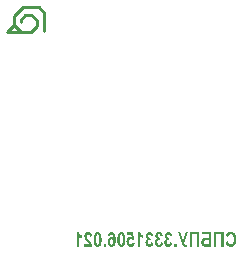
<source format=gbo>
G04*
G04 #@! TF.GenerationSoftware,Altium Limited,Altium Designer,19.1.6 (110)*
G04*
G04 Layer_Color=32896*
%FSLAX43Y43*%
%MOMM*%
G71*
G01*
G75*
%ADD48C,0.254*%
G36*
X87594Y55064D02*
X87635Y55054D01*
X87672Y55042D01*
X87702Y55029D01*
X87726Y55014D01*
X87744Y55001D01*
X87755Y54992D01*
X87757Y54990D01*
X87759Y54988D01*
X87774Y54973D01*
X87787Y54954D01*
X87811Y54916D01*
X87829Y54875D01*
X87844Y54834D01*
X87855Y54797D01*
X87859Y54782D01*
X87863Y54767D01*
X87865Y54756D01*
X87866Y54747D01*
X87868Y54742D01*
Y54740D01*
X87687Y54703D01*
X87683Y54732D01*
X87678Y54756D01*
X87670Y54779D01*
X87663Y54795D01*
X87655Y54808D01*
X87650Y54819D01*
X87646Y54825D01*
X87644Y54827D01*
X87629Y54842D01*
X87615Y54851D01*
X87600Y54858D01*
X87587Y54864D01*
X87576Y54867D01*
X87565Y54869D01*
X87557D01*
X87539Y54867D01*
X87522Y54864D01*
X87507Y54858D01*
X87496Y54851D01*
X87487Y54843D01*
X87479Y54838D01*
X87476Y54834D01*
X87474Y54832D01*
X87463Y54817D01*
X87455Y54801D01*
X87448Y54784D01*
X87444Y54769D01*
X87442Y54755D01*
X87441Y54743D01*
Y54736D01*
Y54732D01*
X87442Y54705D01*
X87448Y54680D01*
X87455Y54660D01*
X87463Y54643D01*
X87470Y54630D01*
X87478Y54619D01*
X87483Y54614D01*
X87485Y54612D01*
X87504Y54599D01*
X87522Y54588D01*
X87542Y54582D01*
X87563Y54577D01*
X87579Y54575D01*
X87594Y54573D01*
X87607D01*
X87628Y54377D01*
X87609Y54382D01*
X87592Y54388D01*
X87576Y54392D01*
X87563Y54393D01*
X87554Y54395D01*
X87539D01*
X87518Y54393D01*
X87500Y54388D01*
X87483Y54379D01*
X87468Y54369D01*
X87457Y54358D01*
X87448Y54351D01*
X87442Y54343D01*
X87441Y54342D01*
X87428Y54321D01*
X87416Y54297D01*
X87409Y54273D01*
X87405Y54251D01*
X87402Y54230D01*
X87400Y54214D01*
Y54203D01*
Y54201D01*
Y54199D01*
X87402Y54164D01*
X87407Y54134D01*
X87413Y54106D01*
X87420Y54086D01*
X87429Y54068D01*
X87435Y54056D01*
X87441Y54047D01*
X87442Y54045D01*
X87459Y54027D01*
X87476Y54014D01*
X87494Y54005D01*
X87511Y53999D01*
X87524Y53995D01*
X87535Y53992D01*
X87546D01*
X87566Y53993D01*
X87585Y53999D01*
X87602Y54006D01*
X87615Y54016D01*
X87626Y54023D01*
X87635Y54031D01*
X87641Y54036D01*
X87642Y54038D01*
X87655Y54056D01*
X87666Y54079D01*
X87676Y54101D01*
X87681Y54123D01*
X87687Y54143D01*
X87689Y54158D01*
X87691Y54169D01*
Y54171D01*
Y54173D01*
X87881Y54145D01*
X87872Y54086D01*
X87859Y54036D01*
X87850Y54012D01*
X87841Y53992D01*
X87831Y53971D01*
X87822Y53955D01*
X87813Y53938D01*
X87803Y53925D01*
X87796Y53914D01*
X87789Y53903D01*
X87783Y53895D01*
X87778Y53890D01*
X87776Y53888D01*
X87774Y53886D01*
X87755Y53869D01*
X87737Y53855D01*
X87718Y53842D01*
X87698Y53832D01*
X87659Y53814D01*
X87624Y53803D01*
X87592Y53797D01*
X87578Y53795D01*
X87566Y53793D01*
X87557Y53792D01*
X87544D01*
X87518Y53793D01*
X87494Y53797D01*
X87470Y53803D01*
X87446Y53808D01*
X87405Y53827D01*
X87370Y53847D01*
X87341Y53868D01*
X87329Y53877D01*
X87320Y53886D01*
X87313Y53892D01*
X87305Y53897D01*
X87304Y53901D01*
X87302Y53903D01*
X87283Y53925D01*
X87267Y53947D01*
X87254Y53971D01*
X87242Y53995D01*
X87224Y54042D01*
X87211Y54086D01*
X87207Y54108D01*
X87204Y54127D01*
X87202Y54143D01*
X87200Y54158D01*
X87198Y54169D01*
Y54179D01*
Y54184D01*
Y54186D01*
X87200Y54229D01*
X87207Y54268D01*
X87215Y54301D01*
X87226Y54329D01*
X87235Y54351D01*
X87244Y54368D01*
X87252Y54379D01*
X87254Y54382D01*
X87276Y54410D01*
X87298Y54432D01*
X87320Y54449D01*
X87342Y54464D01*
X87363Y54473D01*
X87378Y54479D01*
X87389Y54482D01*
X87391Y54484D01*
X87392D01*
X87366Y54503D01*
X87344Y54523D01*
X87324Y54543D01*
X87309Y54560D01*
X87296Y54577D01*
X87289Y54588D01*
X87283Y54595D01*
X87281Y54599D01*
X87268Y54625D01*
X87259Y54651D01*
X87252Y54675D01*
X87248Y54699D01*
X87244Y54717D01*
X87242Y54734D01*
Y54743D01*
Y54747D01*
Y54769D01*
X87246Y54792D01*
X87255Y54832D01*
X87268Y54869D01*
X87283Y54903D01*
X87300Y54930D01*
X87307Y54942D01*
X87313Y54951D01*
X87318Y54958D01*
X87322Y54964D01*
X87324Y54966D01*
X87326Y54967D01*
X87342Y54986D01*
X87359Y55001D01*
X87378Y55014D01*
X87396Y55025D01*
X87433Y55043D01*
X87468Y55054D01*
X87502Y55062D01*
X87515Y55064D01*
X87526Y55066D01*
X87537Y55067D01*
X87572D01*
X87594Y55064D01*
D02*
G37*
G36*
X86796D02*
X86837Y55054D01*
X86874Y55042D01*
X86904Y55029D01*
X86928Y55014D01*
X86946Y55001D01*
X86957Y54992D01*
X86959Y54990D01*
X86961Y54988D01*
X86976Y54973D01*
X86989Y54954D01*
X87013Y54916D01*
X87031Y54875D01*
X87046Y54834D01*
X87057Y54797D01*
X87061Y54782D01*
X87065Y54767D01*
X87067Y54756D01*
X87068Y54747D01*
X87070Y54742D01*
Y54740D01*
X86889Y54703D01*
X86885Y54732D01*
X86880Y54756D01*
X86872Y54779D01*
X86865Y54795D01*
X86857Y54808D01*
X86852Y54819D01*
X86848Y54825D01*
X86846Y54827D01*
X86831Y54842D01*
X86817Y54851D01*
X86802Y54858D01*
X86789Y54864D01*
X86778Y54867D01*
X86767Y54869D01*
X86759D01*
X86741Y54867D01*
X86724Y54864D01*
X86709Y54858D01*
X86698Y54851D01*
X86689Y54843D01*
X86681Y54838D01*
X86678Y54834D01*
X86676Y54832D01*
X86665Y54817D01*
X86657Y54801D01*
X86650Y54784D01*
X86646Y54769D01*
X86644Y54755D01*
X86642Y54743D01*
Y54736D01*
Y54732D01*
X86644Y54705D01*
X86650Y54680D01*
X86657Y54660D01*
X86665Y54643D01*
X86672Y54630D01*
X86680Y54619D01*
X86685Y54614D01*
X86687Y54612D01*
X86705Y54599D01*
X86724Y54588D01*
X86744Y54582D01*
X86765Y54577D01*
X86781Y54575D01*
X86796Y54573D01*
X86809D01*
X86830Y54377D01*
X86811Y54382D01*
X86794Y54388D01*
X86778Y54392D01*
X86765Y54393D01*
X86755Y54395D01*
X86741D01*
X86720Y54393D01*
X86702Y54388D01*
X86685Y54379D01*
X86670Y54369D01*
X86659Y54358D01*
X86650Y54351D01*
X86644Y54343D01*
X86642Y54342D01*
X86630Y54321D01*
X86618Y54297D01*
X86611Y54273D01*
X86607Y54251D01*
X86604Y54230D01*
X86602Y54214D01*
Y54203D01*
Y54201D01*
Y54199D01*
X86604Y54164D01*
X86609Y54134D01*
X86615Y54106D01*
X86622Y54086D01*
X86631Y54068D01*
X86637Y54056D01*
X86642Y54047D01*
X86644Y54045D01*
X86661Y54027D01*
X86678Y54014D01*
X86696Y54005D01*
X86713Y53999D01*
X86726Y53995D01*
X86737Y53992D01*
X86748D01*
X86768Y53993D01*
X86787Y53999D01*
X86804Y54006D01*
X86817Y54016D01*
X86828Y54023D01*
X86837Y54031D01*
X86842Y54036D01*
X86844Y54038D01*
X86857Y54056D01*
X86868Y54079D01*
X86878Y54101D01*
X86883Y54123D01*
X86889Y54143D01*
X86891Y54158D01*
X86892Y54169D01*
Y54171D01*
Y54173D01*
X87083Y54145D01*
X87074Y54086D01*
X87061Y54036D01*
X87052Y54012D01*
X87042Y53992D01*
X87033Y53971D01*
X87024Y53955D01*
X87015Y53938D01*
X87005Y53925D01*
X86998Y53914D01*
X86991Y53903D01*
X86985Y53895D01*
X86979Y53890D01*
X86978Y53888D01*
X86976Y53886D01*
X86957Y53869D01*
X86939Y53855D01*
X86920Y53842D01*
X86900Y53832D01*
X86861Y53814D01*
X86826Y53803D01*
X86794Y53797D01*
X86780Y53795D01*
X86768Y53793D01*
X86759Y53792D01*
X86746D01*
X86720Y53793D01*
X86696Y53797D01*
X86672Y53803D01*
X86648Y53808D01*
X86607Y53827D01*
X86572Y53847D01*
X86543Y53868D01*
X86531Y53877D01*
X86522Y53886D01*
X86515Y53892D01*
X86507Y53897D01*
X86505Y53901D01*
X86504Y53903D01*
X86485Y53925D01*
X86468Y53947D01*
X86455Y53971D01*
X86444Y53995D01*
X86426Y54042D01*
X86413Y54086D01*
X86409Y54108D01*
X86405Y54127D01*
X86404Y54143D01*
X86402Y54158D01*
X86400Y54169D01*
Y54179D01*
Y54184D01*
Y54186D01*
X86402Y54229D01*
X86409Y54268D01*
X86417Y54301D01*
X86428Y54329D01*
X86437Y54351D01*
X86446Y54368D01*
X86454Y54379D01*
X86455Y54382D01*
X86478Y54410D01*
X86500Y54432D01*
X86522Y54449D01*
X86544Y54464D01*
X86565Y54473D01*
X86580Y54479D01*
X86591Y54482D01*
X86592Y54484D01*
X86594D01*
X86568Y54503D01*
X86546Y54523D01*
X86526Y54543D01*
X86511Y54560D01*
X86498Y54577D01*
X86491Y54588D01*
X86485Y54595D01*
X86483Y54599D01*
X86470Y54625D01*
X86461Y54651D01*
X86454Y54675D01*
X86450Y54699D01*
X86446Y54717D01*
X86444Y54734D01*
Y54743D01*
Y54747D01*
Y54769D01*
X86448Y54792D01*
X86457Y54832D01*
X86470Y54869D01*
X86485Y54903D01*
X86502Y54930D01*
X86509Y54942D01*
X86515Y54951D01*
X86520Y54958D01*
X86524Y54964D01*
X86526Y54966D01*
X86528Y54967D01*
X86544Y54986D01*
X86561Y55001D01*
X86580Y55014D01*
X86598Y55025D01*
X86635Y55043D01*
X86670Y55054D01*
X86704Y55062D01*
X86717Y55064D01*
X86728Y55066D01*
X86739Y55067D01*
X86774D01*
X86796Y55064D01*
D02*
G37*
G36*
X85998Y55064D02*
X86039Y55054D01*
X86076Y55042D01*
X86106Y55029D01*
X86130Y55014D01*
X86148Y55001D01*
X86159Y54992D01*
X86161Y54990D01*
X86163Y54988D01*
X86178Y54973D01*
X86191Y54954D01*
X86215Y54916D01*
X86233Y54875D01*
X86248Y54834D01*
X86259Y54797D01*
X86263Y54782D01*
X86267Y54767D01*
X86268Y54756D01*
X86270Y54747D01*
X86272Y54742D01*
Y54740D01*
X86091Y54703D01*
X86087Y54732D01*
X86081Y54756D01*
X86074Y54779D01*
X86067Y54795D01*
X86059Y54808D01*
X86054Y54819D01*
X86050Y54825D01*
X86048Y54827D01*
X86033Y54842D01*
X86018Y54851D01*
X86004Y54858D01*
X85991Y54864D01*
X85980Y54867D01*
X85968Y54869D01*
X85961D01*
X85943Y54867D01*
X85926Y54864D01*
X85911Y54858D01*
X85900Y54851D01*
X85891Y54843D01*
X85883Y54838D01*
X85880Y54834D01*
X85878Y54832D01*
X85867Y54817D01*
X85859Y54801D01*
X85852Y54784D01*
X85848Y54769D01*
X85846Y54755D01*
X85844Y54743D01*
Y54736D01*
Y54732D01*
X85846Y54705D01*
X85852Y54680D01*
X85859Y54660D01*
X85867Y54643D01*
X85874Y54630D01*
X85881Y54619D01*
X85887Y54614D01*
X85889Y54612D01*
X85907Y54599D01*
X85926Y54588D01*
X85946Y54582D01*
X85967Y54577D01*
X85983Y54575D01*
X85998Y54573D01*
X86011D01*
X86031Y54377D01*
X86013Y54382D01*
X85996Y54388D01*
X85980Y54392D01*
X85967Y54393D01*
X85957Y54395D01*
X85943D01*
X85922Y54393D01*
X85904Y54388D01*
X85887Y54379D01*
X85872Y54369D01*
X85861Y54358D01*
X85852Y54351D01*
X85846Y54343D01*
X85844Y54342D01*
X85831Y54321D01*
X85820Y54297D01*
X85813Y54273D01*
X85809Y54251D01*
X85806Y54230D01*
X85804Y54214D01*
Y54203D01*
Y54201D01*
Y54199D01*
X85806Y54164D01*
X85811Y54134D01*
X85817Y54106D01*
X85824Y54086D01*
X85833Y54068D01*
X85839Y54056D01*
X85844Y54047D01*
X85846Y54045D01*
X85863Y54027D01*
X85880Y54014D01*
X85898Y54005D01*
X85915Y53999D01*
X85928Y53995D01*
X85939Y53992D01*
X85950D01*
X85970Y53993D01*
X85989Y53999D01*
X86006Y54006D01*
X86018Y54016D01*
X86030Y54023D01*
X86039Y54031D01*
X86044Y54036D01*
X86046Y54038D01*
X86059Y54056D01*
X86070Y54079D01*
X86080Y54101D01*
X86085Y54123D01*
X86091Y54143D01*
X86093Y54158D01*
X86094Y54169D01*
Y54171D01*
Y54173D01*
X86285Y54145D01*
X86276Y54086D01*
X86263Y54036D01*
X86254Y54012D01*
X86244Y53992D01*
X86235Y53971D01*
X86226Y53955D01*
X86217Y53938D01*
X86207Y53925D01*
X86200Y53914D01*
X86193Y53903D01*
X86187Y53895D01*
X86181Y53890D01*
X86180Y53888D01*
X86178Y53886D01*
X86159Y53869D01*
X86141Y53855D01*
X86122Y53842D01*
X86102Y53832D01*
X86063Y53814D01*
X86028Y53803D01*
X85996Y53797D01*
X85981Y53795D01*
X85970Y53793D01*
X85961Y53792D01*
X85948D01*
X85922Y53793D01*
X85898Y53797D01*
X85874Y53803D01*
X85850Y53808D01*
X85809Y53827D01*
X85774Y53847D01*
X85744Y53868D01*
X85733Y53877D01*
X85724Y53886D01*
X85717Y53892D01*
X85709Y53897D01*
X85707Y53901D01*
X85706Y53903D01*
X85687Y53925D01*
X85670Y53947D01*
X85657Y53971D01*
X85646Y53995D01*
X85628Y54042D01*
X85615Y54086D01*
X85611Y54108D01*
X85607Y54127D01*
X85606Y54143D01*
X85604Y54158D01*
X85602Y54169D01*
Y54179D01*
Y54184D01*
Y54186D01*
X85604Y54229D01*
X85611Y54268D01*
X85619Y54301D01*
X85630Y54329D01*
X85639Y54351D01*
X85648Y54368D01*
X85656Y54379D01*
X85657Y54382D01*
X85680Y54410D01*
X85702Y54432D01*
X85724Y54449D01*
X85746Y54464D01*
X85767Y54473D01*
X85781Y54479D01*
X85793Y54482D01*
X85794Y54484D01*
X85796D01*
X85770Y54503D01*
X85748Y54523D01*
X85728Y54543D01*
X85713Y54560D01*
X85700Y54577D01*
X85693Y54588D01*
X85687Y54595D01*
X85685Y54599D01*
X85672Y54625D01*
X85663Y54651D01*
X85656Y54675D01*
X85652Y54699D01*
X85648Y54717D01*
X85646Y54734D01*
Y54743D01*
Y54747D01*
Y54769D01*
X85650Y54792D01*
X85659Y54832D01*
X85672Y54869D01*
X85687Y54903D01*
X85704Y54930D01*
X85711Y54942D01*
X85717Y54951D01*
X85722Y54958D01*
X85726Y54964D01*
X85728Y54966D01*
X85730Y54967D01*
X85746Y54986D01*
X85763Y55001D01*
X85781Y55014D01*
X85800Y55025D01*
X85837Y55043D01*
X85872Y55054D01*
X85906Y55062D01*
X85918Y55064D01*
X85930Y55066D01*
X85941Y55067D01*
X85976D01*
X85998Y55064D01*
D02*
G37*
G36*
X80780Y55066D02*
X80806Y55064D01*
X80852Y55053D01*
X80893Y55040D01*
X80926Y55023D01*
X80954Y55006D01*
X80963Y54997D01*
X80973Y54992D01*
X80980Y54986D01*
X80986Y54980D01*
X80988Y54979D01*
X80989Y54977D01*
X81006Y54958D01*
X81019Y54940D01*
X81043Y54895D01*
X81062Y54849D01*
X81075Y54805D01*
X81080Y54782D01*
X81086Y54762D01*
X81088Y54743D01*
X81091Y54729D01*
X81093Y54716D01*
Y54706D01*
X81095Y54699D01*
Y54697D01*
X80899Y54671D01*
X80895Y54706D01*
X80889Y54736D01*
X80882Y54762D01*
X80873Y54784D01*
X80862Y54805D01*
X80851Y54819D01*
X80838Y54832D01*
X80825Y54843D01*
X80812Y54851D01*
X80800Y54856D01*
X80778Y54864D01*
X80771Y54866D01*
X80763Y54867D01*
X80758D01*
X80738Y54866D01*
X80717Y54860D01*
X80701Y54854D01*
X80688Y54847D01*
X80676Y54838D01*
X80669Y54832D01*
X80663Y54827D01*
X80662Y54825D01*
X80649Y54808D01*
X80639Y54788D01*
X80634Y54767D01*
X80628Y54747D01*
X80626Y54729D01*
X80625Y54714D01*
Y54705D01*
Y54703D01*
Y54701D01*
X80626Y54673D01*
X80632Y54645D01*
X80639Y54619D01*
X80647Y54597D01*
X80654Y54577D01*
X80662Y54562D01*
X80667Y54553D01*
X80669Y54549D01*
X80676Y54538D01*
X80686Y54525D01*
X80708Y54495D01*
X80734Y54464D01*
X80762Y54430D01*
X80788Y54399D01*
X80799Y54384D01*
X80810Y54373D01*
X80817Y54364D01*
X80825Y54356D01*
X80828Y54351D01*
X80830Y54349D01*
X80860Y54316D01*
X80886Y54282D01*
X80912Y54253D01*
X80934Y54225D01*
X80954Y54197D01*
X80971Y54173D01*
X80988Y54151D01*
X81000Y54131D01*
X81013Y54112D01*
X81025Y54097D01*
X81032Y54082D01*
X81039Y54071D01*
X81045Y54062D01*
X81047Y54056D01*
X81050Y54053D01*
Y54051D01*
X81069Y54008D01*
X81084Y53966D01*
X81097Y53925D01*
X81104Y53890D01*
X81110Y53858D01*
X81113Y53845D01*
X81115Y53834D01*
Y53825D01*
X81117Y53818D01*
Y53814D01*
Y53812D01*
X80426D01*
Y54034D01*
X80819D01*
X80806Y54058D01*
X80793Y54079D01*
X80788Y54086D01*
X80782Y54093D01*
X80780Y54097D01*
X80778Y54099D01*
X80765Y54116D01*
X80749Y54136D01*
X80728Y54158D01*
X80708Y54182D01*
X80689Y54205D01*
X80673Y54223D01*
X80667Y54230D01*
X80662Y54236D01*
X80660Y54238D01*
X80658Y54240D01*
X80623Y54280D01*
X80593Y54318D01*
X80567Y54349D01*
X80547Y54377D01*
X80532Y54397D01*
X80521Y54414D01*
X80515Y54423D01*
X80513Y54427D01*
X80499Y54455D01*
X80484Y54480D01*
X80473Y54505D01*
X80464Y54527D01*
X80458Y54545D01*
X80452Y54558D01*
X80449Y54567D01*
Y54571D01*
X80441Y54599D01*
X80436Y54625D01*
X80432Y54651D01*
X80428Y54673D01*
Y54693D01*
X80426Y54708D01*
Y54717D01*
Y54721D01*
Y54747D01*
X80430Y54771D01*
X80439Y54816D01*
X80452Y54856D01*
X80467Y54892D01*
X80484Y54921D01*
X80491Y54934D01*
X80497Y54943D01*
X80502Y54951D01*
X80506Y54956D01*
X80508Y54960D01*
X80510Y54962D01*
X80526Y54980D01*
X80543Y54997D01*
X80562Y55010D01*
X80582Y55023D01*
X80602Y55034D01*
X80623Y55042D01*
X80662Y55054D01*
X80699Y55062D01*
X80713Y55064D01*
X80728Y55066D01*
X80739Y55067D01*
X80754D01*
X80780Y55066D01*
D02*
G37*
G36*
X84656Y54395D02*
X84496Y54368D01*
X84483Y54384D01*
X84470Y54397D01*
X84458Y54410D01*
X84445Y54419D01*
X84419Y54436D01*
X84395Y54447D01*
X84374Y54453D01*
X84359Y54456D01*
X84348Y54458D01*
X84345D01*
X84321Y54456D01*
X84300Y54449D01*
X84280Y54440D01*
X84265Y54430D01*
X84252Y54419D01*
X84243Y54410D01*
X84237Y54403D01*
X84235Y54401D01*
X84221Y54377D01*
X84209Y54351D01*
X84202Y54321D01*
X84196Y54293D01*
X84193Y54268D01*
X84191Y54247D01*
Y54238D01*
Y54232D01*
Y54229D01*
Y54227D01*
X84193Y54184D01*
X84198Y54145D01*
X84206Y54114D01*
X84213Y54088D01*
X84221Y54069D01*
X84228Y54055D01*
X84233Y54047D01*
X84235Y54043D01*
X84252Y54023D01*
X84269Y54010D01*
X84287Y53999D01*
X84304Y53992D01*
X84317Y53988D01*
X84328Y53986D01*
X84337Y53984D01*
X84339D01*
X84358Y53986D01*
X84374Y53992D01*
X84391Y53999D01*
X84404Y54008D01*
X84415Y54016D01*
X84424Y54023D01*
X84430Y54029D01*
X84432Y54031D01*
X84446Y54049D01*
X84458Y54071D01*
X84467Y54092D01*
X84472Y54112D01*
X84476Y54131D01*
X84480Y54147D01*
X84482Y54156D01*
Y54160D01*
X84678Y54134D01*
X84669Y54077D01*
X84661Y54049D01*
X84654Y54025D01*
X84645Y54003D01*
X84635Y53982D01*
X84626Y53962D01*
X84617Y53945D01*
X84608Y53931D01*
X84598Y53918D01*
X84591Y53906D01*
X84583Y53897D01*
X84578Y53890D01*
X84572Y53884D01*
X84570Y53882D01*
X84569Y53881D01*
X84550Y53866D01*
X84532Y53851D01*
X84495Y53829D01*
X84456Y53814D01*
X84421Y53803D01*
X84389Y53797D01*
X84374Y53793D01*
X84363D01*
X84354Y53792D01*
X84341D01*
X84309Y53793D01*
X84282Y53797D01*
X84254Y53805D01*
X84230Y53814D01*
X84206Y53823D01*
X84185Y53834D01*
X84165Y53847D01*
X84148Y53860D01*
X84133Y53873D01*
X84119Y53886D01*
X84108Y53897D01*
X84098Y53906D01*
X84091Y53916D01*
X84085Y53923D01*
X84084Y53927D01*
X84082Y53929D01*
X84065Y53955D01*
X84050Y53982D01*
X84039Y54008D01*
X84028Y54034D01*
X84011Y54086D01*
X84000Y54132D01*
X83996Y54155D01*
X83995Y54173D01*
X83991Y54190D01*
Y54205D01*
X83989Y54216D01*
Y54225D01*
Y54230D01*
Y54232D01*
X83991Y54269D01*
X83993Y54305D01*
X83998Y54336D01*
X84006Y54368D01*
X84013Y54395D01*
X84022Y54423D01*
X84034Y54447D01*
X84043Y54469D01*
X84052Y54488D01*
X84063Y54505D01*
X84072Y54519D01*
X84080Y54532D01*
X84087Y54542D01*
X84091Y54549D01*
X84095Y54553D01*
X84096Y54555D01*
X84113Y54571D01*
X84130Y54586D01*
X84146Y54599D01*
X84165Y54610D01*
X84200Y54627D01*
X84232Y54640D01*
X84261Y54645D01*
X84272Y54647D01*
X84283Y54649D01*
X84293Y54651D01*
X84304D01*
X84330Y54649D01*
X84354Y54643D01*
X84376Y54638D01*
X84396Y54630D01*
X84415Y54621D01*
X84428Y54616D01*
X84435Y54610D01*
X84439Y54608D01*
X84406Y54823D01*
X84035D01*
Y55047D01*
X84556D01*
X84656Y54395D01*
D02*
G37*
G36*
X85150Y55027D02*
X85169Y54990D01*
X85189Y54956D01*
X85209Y54929D01*
X85228Y54904D01*
X85243Y54886D01*
X85254Y54875D01*
X85256Y54873D01*
X85257Y54871D01*
X85291Y54842D01*
X85322Y54817D01*
X85350Y54797D01*
X85376Y54780D01*
X85398Y54769D01*
X85413Y54760D01*
X85424Y54756D01*
X85426Y54755D01*
X85428D01*
Y54536D01*
X85376Y54560D01*
X85326Y54588D01*
X85283Y54619D01*
X85246Y54649D01*
X85230Y54662D01*
X85215Y54675D01*
X85202Y54688D01*
X85193Y54697D01*
X85183Y54706D01*
X85178Y54712D01*
X85174Y54716D01*
X85172Y54717D01*
Y53812D01*
X84974D01*
Y55067D01*
X85135D01*
X85150Y55027D01*
D02*
G37*
G36*
X79964D02*
X79982Y54990D01*
X80002Y54956D01*
X80023Y54929D01*
X80041Y54904D01*
X80056Y54886D01*
X80067Y54875D01*
X80069Y54873D01*
X80071Y54871D01*
X80104Y54842D01*
X80136Y54817D01*
X80164Y54797D01*
X80189Y54780D01*
X80212Y54769D01*
X80226Y54760D01*
X80238Y54756D01*
X80239Y54755D01*
X80241D01*
Y54536D01*
X80189Y54560D01*
X80139Y54588D01*
X80097Y54619D01*
X80060Y54649D01*
X80043Y54662D01*
X80028Y54675D01*
X80015Y54688D01*
X80006Y54697D01*
X79997Y54706D01*
X79991Y54712D01*
X79988Y54716D01*
X79986Y54717D01*
Y53812D01*
X79788D01*
Y55067D01*
X79949D01*
X79964Y55027D01*
D02*
G37*
G36*
X82741Y55066D02*
X82771Y55062D01*
X82797Y55053D01*
X82823Y55043D01*
X82869Y55019D01*
X82889Y55006D01*
X82908Y54992D01*
X82924Y54977D01*
X82939Y54964D01*
X82952Y54951D01*
X82963Y54940D01*
X82971Y54930D01*
X82976Y54923D01*
X82980Y54917D01*
X82982Y54916D01*
X83000Y54886D01*
X83015Y54851D01*
X83030Y54814D01*
X83041Y54775D01*
X83060Y54693D01*
X83072Y54612D01*
X83076Y54573D01*
X83080Y54538D01*
X83082Y54506D01*
X83084Y54477D01*
X83085Y54455D01*
Y54436D01*
Y54425D01*
Y54423D01*
Y54421D01*
X83084Y54360D01*
X83082Y54303D01*
X83076Y54251D01*
X83071Y54203D01*
X83061Y54158D01*
X83054Y54119D01*
X83045Y54082D01*
X83035Y54051D01*
X83026Y54023D01*
X83017Y54001D01*
X83008Y53981D01*
X83000Y53964D01*
X82995Y53953D01*
X82989Y53943D01*
X82987Y53938D01*
X82985Y53936D01*
X82965Y53910D01*
X82945Y53888D01*
X82924Y53869D01*
X82902Y53853D01*
X82882Y53838D01*
X82860Y53827D01*
X82839Y53818D01*
X82819Y53810D01*
X82784Y53799D01*
X82769Y53795D01*
X82756Y53793D01*
X82745D01*
X82737Y53792D01*
X82730D01*
X82704Y53793D01*
X82680Y53797D01*
X82656Y53803D01*
X82634Y53808D01*
X82593Y53827D01*
X82560Y53847D01*
X82532Y53868D01*
X82521Y53877D01*
X82511Y53886D01*
X82504Y53892D01*
X82498Y53897D01*
X82497Y53901D01*
X82495Y53903D01*
X82478Y53925D01*
X82463Y53949D01*
X82450Y53973D01*
X82439Y53999D01*
X82423Y54051D01*
X82410Y54099D01*
X82406Y54123D01*
X82404Y54143D01*
X82402Y54164D01*
X82400Y54181D01*
X82398Y54193D01*
Y54203D01*
Y54210D01*
Y54212D01*
X82400Y54245D01*
X82402Y54279D01*
X82406Y54308D01*
X82413Y54338D01*
X82419Y54364D01*
X82426Y54388D01*
X82436Y54410D01*
X82443Y54430D01*
X82452Y54449D01*
X82460Y54466D01*
X82469Y54479D01*
X82474Y54490D01*
X82480Y54499D01*
X82486Y54505D01*
X82487Y54508D01*
X82489Y54510D01*
X82506Y54530D01*
X82524Y54547D01*
X82541Y54562D01*
X82560Y54575D01*
X82576Y54586D01*
X82595Y54595D01*
X82626Y54608D01*
X82656Y54617D01*
X82667Y54619D01*
X82678Y54621D01*
X82687Y54623D01*
X82698D01*
X82719Y54621D01*
X82737Y54619D01*
X82756Y54614D01*
X82771Y54610D01*
X82782Y54605D01*
X82793Y54599D01*
X82798Y54597D01*
X82800Y54595D01*
X82817Y54584D01*
X82832Y54571D01*
X82845Y54558D01*
X82858Y54545D01*
X82867Y54534D01*
X82874Y54525D01*
X82880Y54518D01*
X82882Y54516D01*
X82880Y54555D01*
X82876Y54590D01*
X82873Y54621D01*
X82869Y54649D01*
X82865Y54675D01*
X82860Y54699D01*
X82856Y54719D01*
X82850Y54738D01*
X82847Y54753D01*
X82843Y54766D01*
X82837Y54777D01*
X82835Y54784D01*
X82832Y54792D01*
X82830Y54795D01*
X82828Y54799D01*
X82811Y54823D01*
X82793Y54840D01*
X82776Y54853D01*
X82760Y54860D01*
X82745Y54866D01*
X82734Y54867D01*
X82724Y54869D01*
X82723D01*
X82706Y54867D01*
X82689Y54864D01*
X82676Y54856D01*
X82663Y54847D01*
X82643Y54825D01*
X82630Y54801D01*
X82619Y54775D01*
X82613Y54753D01*
X82611Y54743D01*
X82610Y54736D01*
Y54732D01*
Y54730D01*
X82419Y54756D01*
X82430Y54812D01*
X82443Y54858D01*
X82460Y54899D01*
X82476Y54932D01*
X82493Y54956D01*
X82506Y54975D01*
X82515Y54986D01*
X82519Y54990D01*
X82548Y55016D01*
X82582Y55034D01*
X82613Y55049D01*
X82645Y55058D01*
X82671Y55064D01*
X82693Y55066D01*
X82700Y55067D01*
X82711D01*
X82741Y55066D01*
D02*
G37*
G36*
X88848Y54164D02*
X88859Y54127D01*
X88870Y54097D01*
X88879Y54075D01*
X88889Y54056D01*
X88898Y54042D01*
X88903Y54034D01*
X88907Y54029D01*
X88909Y54027D01*
X88922Y54018D01*
X88939Y54010D01*
X88955Y54005D01*
X88972Y54001D01*
X88989Y53999D01*
X89002Y53997D01*
X89037D01*
X89063Y53999D01*
X89090D01*
Y53812D01*
X89042Y53803D01*
X89018Y53801D01*
X88996Y53799D01*
X88976Y53797D01*
X88948D01*
X88916Y53801D01*
X88889Y53808D01*
X88864Y53819D01*
X88844Y53832D01*
X88827Y53845D01*
X88814Y53856D01*
X88805Y53864D01*
X88803Y53868D01*
X88792Y53882D01*
X88781Y53899D01*
X88759Y53936D01*
X88739Y53975D01*
X88718Y54016D01*
X88703Y54053D01*
X88696Y54069D01*
X88690Y54084D01*
X88685Y54095D01*
X88683Y54105D01*
X88679Y54110D01*
Y54112D01*
X88333Y55064D01*
X88548D01*
X88755Y54414D01*
X88994Y55064D01*
X89226D01*
X88848Y54164D01*
D02*
G37*
G36*
X92851Y55082D02*
X92888Y55077D01*
X92921Y55069D01*
X92955Y55060D01*
X92984Y55047D01*
X93012Y55034D01*
X93038Y55019D01*
X93060Y55006D01*
X93081Y54992D01*
X93099Y54977D01*
X93114Y54964D01*
X93127Y54951D01*
X93136Y54942D01*
X93144Y54934D01*
X93147Y54929D01*
X93149Y54927D01*
X93175Y54892D01*
X93197Y54853D01*
X93216Y54814D01*
X93233Y54773D01*
X93247Y54730D01*
X93258Y54690D01*
X93268Y54649D01*
X93275Y54608D01*
X93281Y54571D01*
X93286Y54538D01*
X93290Y54506D01*
X93292Y54479D01*
Y54458D01*
X93294Y54442D01*
Y54430D01*
Y54429D01*
Y54427D01*
X93292Y54371D01*
X93288Y54319D01*
X93281Y54269D01*
X93271Y54223D01*
X93260Y54181D01*
X93249Y54142D01*
X93236Y54105D01*
X93221Y54073D01*
X93208Y54043D01*
X93196Y54018D01*
X93184Y53995D01*
X93173Y53979D01*
X93164Y53964D01*
X93157Y53953D01*
X93153Y53947D01*
X93151Y53945D01*
X93127Y53918D01*
X93101Y53895D01*
X93075Y53875D01*
X93047Y53856D01*
X93020Y53842D01*
X92994Y53829D01*
X92968Y53819D01*
X92942Y53810D01*
X92918Y53805D01*
X92896Y53799D01*
X92875Y53797D01*
X92859Y53793D01*
X92844D01*
X92834Y53792D01*
X92825D01*
X92796Y53793D01*
X92768Y53795D01*
X92716Y53806D01*
X92670Y53821D01*
X92649Y53831D01*
X92631Y53840D01*
X92614Y53849D01*
X92599Y53858D01*
X92586Y53866D01*
X92577Y53873D01*
X92568Y53879D01*
X92562Y53884D01*
X92559Y53886D01*
X92557Y53888D01*
X92536Y53908D01*
X92518Y53929D01*
X92486Y53977D01*
X92459Y54029D01*
X92436Y54079D01*
X92427Y54103D01*
X92420Y54125D01*
X92414Y54145D01*
X92409Y54162D01*
X92405Y54177D01*
X92401Y54188D01*
X92399Y54195D01*
Y54197D01*
X92601Y54275D01*
X92612Y54225D01*
X92627Y54184D01*
X92640Y54149D01*
X92655Y54121D01*
X92668Y54099D01*
X92679Y54084D01*
X92686Y54075D01*
X92688Y54071D01*
X92710Y54051D01*
X92734Y54034D01*
X92759Y54023D01*
X92781Y54016D01*
X92799Y54012D01*
X92816Y54010D01*
X92825Y54008D01*
X92829D01*
X92849Y54010D01*
X92868Y54012D01*
X92905Y54023D01*
X92934Y54040D01*
X92960Y54058D01*
X92983Y54075D01*
X92997Y54092D01*
X93007Y54103D01*
X93010Y54105D01*
Y54106D01*
X93021Y54127D01*
X93033Y54149D01*
X93042Y54175D01*
X93049Y54201D01*
X93062Y54256D01*
X93070Y54312D01*
X93073Y54338D01*
X93075Y54362D01*
X93077Y54384D01*
Y54403D01*
X93079Y54419D01*
Y54430D01*
Y54440D01*
Y54442D01*
Y54482D01*
X93075Y54521D01*
X93071Y54556D01*
X93068Y54588D01*
X93062Y54617D01*
X93057Y54645D01*
X93051Y54669D01*
X93044Y54690D01*
X93036Y54708D01*
X93031Y54725D01*
X93025Y54738D01*
X93020Y54749D01*
X93014Y54756D01*
X93012Y54764D01*
X93008Y54766D01*
Y54767D01*
X92994Y54786D01*
X92979Y54801D01*
X92964Y54814D01*
X92949Y54825D01*
X92918Y54843D01*
X92888Y54854D01*
X92862Y54862D01*
X92842Y54866D01*
X92834Y54867D01*
X92823D01*
X92794Y54866D01*
X92768Y54858D01*
X92746Y54851D01*
X92725Y54840D01*
X92709Y54830D01*
X92696Y54821D01*
X92688Y54814D01*
X92686Y54812D01*
X92666Y54790D01*
X92649Y54766D01*
X92634Y54740D01*
X92623Y54714D01*
X92616Y54692D01*
X92610Y54673D01*
X92609Y54666D01*
Y54660D01*
X92607Y54658D01*
Y54656D01*
X92401Y54716D01*
X92409Y54745D01*
X92418Y54773D01*
X92427Y54799D01*
X92436Y54825D01*
X92447Y54847D01*
X92457Y54867D01*
X92468Y54884D01*
X92477Y54901D01*
X92486Y54916D01*
X92496Y54929D01*
X92503Y54940D01*
X92510Y54949D01*
X92516Y54954D01*
X92520Y54960D01*
X92522Y54964D01*
X92523D01*
X92546Y54984D01*
X92570Y55003D01*
X92594Y55019D01*
X92618Y55034D01*
X92642Y55045D01*
X92666Y55054D01*
X92712Y55069D01*
X92733Y55075D01*
X92751Y55079D01*
X92768Y55080D01*
X92783Y55082D01*
X92796Y55084D01*
X92812D01*
X92851Y55082D01*
D02*
G37*
G36*
X92220Y53812D02*
X92012D01*
Y54853D01*
X91607D01*
Y53812D01*
X91399D01*
Y55064D01*
X92220D01*
Y53812D01*
D02*
G37*
G36*
X91181D02*
X90681D01*
X90646Y53814D01*
X90612Y53818D01*
X90583Y53823D01*
X90555Y53831D01*
X90531Y53838D01*
X90509Y53847D01*
X90488Y53858D01*
X90470Y53869D01*
X90455Y53879D01*
X90440Y53890D01*
X90429Y53899D01*
X90420Y53908D01*
X90414Y53914D01*
X90409Y53919D01*
X90405Y53923D01*
Y53925D01*
X90390Y53947D01*
X90377Y53969D01*
X90359Y54014D01*
X90344Y54056D01*
X90333Y54097D01*
X90331Y54116D01*
X90327Y54134D01*
X90325Y54149D01*
Y54162D01*
X90324Y54171D01*
Y54179D01*
Y54184D01*
Y54186D01*
X90325Y54218D01*
X90327Y54247D01*
X90338Y54303D01*
X90346Y54327D01*
X90353Y54349D01*
X90362Y54369D01*
X90372Y54388D01*
X90381Y54405D01*
X90390Y54419D01*
X90398Y54432D01*
X90405Y54443D01*
X90411Y54451D01*
X90416Y54456D01*
X90418Y54460D01*
X90420Y54462D01*
X90438Y54480D01*
X90459Y54497D01*
X90479Y54510D01*
X90501Y54521D01*
X90544Y54540D01*
X90587Y54553D01*
X90624Y54560D01*
X90640Y54562D01*
X90653Y54564D01*
X90664Y54566D01*
X90974D01*
Y54853D01*
X90412D01*
Y55064D01*
X91181D01*
Y53812D01*
D02*
G37*
G36*
X90153D02*
X89946D01*
Y54853D01*
X89540D01*
Y53812D01*
X89333D01*
Y55064D01*
X90153D01*
Y53812D01*
D02*
G37*
G36*
X88231D02*
X88035D01*
Y54053D01*
X88231D01*
Y53812D01*
D02*
G37*
G36*
X82247Y53812D02*
X82050D01*
Y54053D01*
X82247D01*
Y53812D01*
D02*
G37*
G36*
X83580Y55066D02*
X83606Y55062D01*
X83630Y55054D01*
X83652Y55045D01*
X83693Y55023D01*
X83728Y54997D01*
X83756Y54969D01*
X83767Y54958D01*
X83776Y54947D01*
X83784Y54938D01*
X83789Y54930D01*
X83791Y54927D01*
X83793Y54925D01*
X83809Y54895D01*
X83822Y54862D01*
X83835Y54827D01*
X83845Y54788D01*
X83861Y54706D01*
X83872Y54625D01*
X83876Y54586D01*
X83878Y54549D01*
X83880Y54516D01*
X83882Y54488D01*
X83884Y54464D01*
Y54445D01*
Y54440D01*
Y54434D01*
Y54432D01*
Y54430D01*
X83882Y54366D01*
X83880Y54306D01*
X83874Y54251D01*
X83869Y54201D01*
X83863Y54155D01*
X83854Y54114D01*
X83846Y54079D01*
X83837Y54045D01*
X83830Y54018D01*
X83821Y53993D01*
X83813Y53975D01*
X83808Y53958D01*
X83800Y53945D01*
X83796Y53938D01*
X83795Y53932D01*
X83793Y53931D01*
X83774Y53906D01*
X83756Y53884D01*
X83735Y53866D01*
X83715Y53851D01*
X83695Y53836D01*
X83676Y53825D01*
X83656Y53816D01*
X83637Y53808D01*
X83602Y53799D01*
X83587Y53795D01*
X83574Y53793D01*
X83565D01*
X83558Y53792D01*
X83550D01*
X83522Y53793D01*
X83497Y53797D01*
X83472Y53805D01*
X83450Y53814D01*
X83409Y53836D01*
X83374Y53862D01*
X83347Y53888D01*
X83335Y53899D01*
X83326Y53910D01*
X83319Y53919D01*
X83313Y53927D01*
X83311Y53931D01*
X83310Y53932D01*
X83293Y53962D01*
X83278Y53995D01*
X83267Y54031D01*
X83256Y54069D01*
X83239Y54153D01*
X83228Y54234D01*
X83224Y54273D01*
X83222Y54310D01*
X83219Y54342D01*
Y54371D01*
X83217Y54395D01*
Y54414D01*
Y54419D01*
Y54425D01*
Y54427D01*
Y54429D01*
X83219Y54493D01*
X83221Y54551D01*
X83226Y54606D01*
X83232Y54655D01*
X83239Y54701D01*
X83247Y54742D01*
X83254Y54777D01*
X83263Y54810D01*
X83272Y54838D01*
X83280Y54862D01*
X83287Y54880D01*
X83295Y54897D01*
X83300Y54910D01*
X83306Y54917D01*
X83308Y54923D01*
X83310Y54925D01*
X83328Y54951D01*
X83347Y54971D01*
X83367Y54992D01*
X83387Y55008D01*
X83408Y55021D01*
X83426Y55032D01*
X83447Y55042D01*
X83465Y55049D01*
X83500Y55060D01*
X83515Y55064D01*
X83528Y55066D01*
X83537Y55067D01*
X83552D01*
X83580Y55066D01*
D02*
G37*
G36*
X81586D02*
X81612Y55062D01*
X81636Y55054D01*
X81658Y55045D01*
X81699Y55023D01*
X81734Y54997D01*
X81762Y54969D01*
X81773Y54958D01*
X81782Y54947D01*
X81789Y54938D01*
X81795Y54930D01*
X81797Y54927D01*
X81799Y54925D01*
X81815Y54895D01*
X81828Y54862D01*
X81841Y54827D01*
X81850Y54788D01*
X81867Y54706D01*
X81878Y54625D01*
X81882Y54586D01*
X81884Y54549D01*
X81886Y54516D01*
X81887Y54488D01*
X81889Y54464D01*
Y54445D01*
Y54440D01*
Y54434D01*
Y54432D01*
Y54430D01*
X81887Y54366D01*
X81886Y54306D01*
X81880Y54251D01*
X81874Y54201D01*
X81869Y54155D01*
X81860Y54114D01*
X81852Y54079D01*
X81843Y54045D01*
X81836Y54018D01*
X81826Y53993D01*
X81819Y53975D01*
X81813Y53958D01*
X81806Y53945D01*
X81802Y53938D01*
X81800Y53932D01*
X81799Y53931D01*
X81780Y53906D01*
X81762Y53884D01*
X81741Y53866D01*
X81721Y53851D01*
X81700Y53836D01*
X81682Y53825D01*
X81662Y53816D01*
X81643Y53808D01*
X81608Y53799D01*
X81593Y53795D01*
X81580Y53793D01*
X81571D01*
X81563Y53792D01*
X81556D01*
X81528Y53793D01*
X81502Y53797D01*
X81478Y53805D01*
X81456Y53814D01*
X81415Y53836D01*
X81380Y53862D01*
X81352Y53888D01*
X81341Y53899D01*
X81332Y53910D01*
X81325Y53919D01*
X81319Y53927D01*
X81317Y53931D01*
X81315Y53932D01*
X81299Y53962D01*
X81284Y53995D01*
X81273Y54031D01*
X81262Y54069D01*
X81245Y54153D01*
X81234Y54234D01*
X81230Y54273D01*
X81228Y54310D01*
X81225Y54342D01*
Y54371D01*
X81223Y54395D01*
Y54414D01*
Y54419D01*
Y54425D01*
Y54427D01*
Y54429D01*
X81225Y54493D01*
X81226Y54551D01*
X81232Y54606D01*
X81238Y54655D01*
X81245Y54701D01*
X81252Y54742D01*
X81260Y54777D01*
X81269Y54810D01*
X81278Y54838D01*
X81286Y54862D01*
X81293Y54880D01*
X81300Y54897D01*
X81306Y54910D01*
X81312Y54917D01*
X81313Y54923D01*
X81315Y54925D01*
X81334Y54951D01*
X81352Y54971D01*
X81373Y54992D01*
X81393Y55008D01*
X81413Y55021D01*
X81432Y55032D01*
X81452Y55042D01*
X81471Y55049D01*
X81506Y55060D01*
X81521Y55064D01*
X81534Y55066D01*
X81543Y55067D01*
X81558D01*
X81586Y55066D01*
D02*
G37*
%LPC*%
G36*
X82737Y54445D02*
X82728D01*
X82708Y54443D01*
X82689Y54436D01*
X82673Y54427D01*
X82658Y54418D01*
X82647Y54406D01*
X82639Y54397D01*
X82634Y54390D01*
X82632Y54388D01*
X82619Y54364D01*
X82608Y54338D01*
X82600Y54308D01*
X82597Y54279D01*
X82593Y54253D01*
X82591Y54232D01*
Y54223D01*
Y54218D01*
Y54214D01*
Y54212D01*
X82593Y54171D01*
X82597Y54136D01*
X82602Y54106D01*
X82610Y54082D01*
X82617Y54064D01*
X82623Y54051D01*
X82626Y54043D01*
X82628Y54042D01*
X82643Y54025D01*
X82658Y54012D01*
X82673Y54005D01*
X82687Y53997D01*
X82700Y53993D01*
X82710Y53992D01*
X82719D01*
X82739Y53993D01*
X82760Y54001D01*
X82776Y54010D01*
X82791Y54023D01*
X82804Y54034D01*
X82813Y54043D01*
X82819Y54051D01*
X82821Y54053D01*
X82835Y54079D01*
X82845Y54108D01*
X82852Y54138D01*
X82858Y54166D01*
X82861Y54192D01*
X82863Y54214D01*
Y54221D01*
Y54227D01*
Y54230D01*
Y54232D01*
X82861Y54269D01*
X82858Y54303D01*
X82850Y54329D01*
X82843Y54351D01*
X82837Y54369D01*
X82830Y54382D01*
X82826Y54390D01*
X82824Y54392D01*
X82810Y54410D01*
X82793Y54423D01*
X82776Y54432D01*
X82761Y54438D01*
X82748Y54443D01*
X82737Y54445D01*
D02*
G37*
G36*
X90974Y54355D02*
X90748D01*
X90711Y54353D01*
X90679Y54347D01*
X90651Y54340D01*
X90627Y54329D01*
X90607Y54316D01*
X90590Y54301D01*
X90575Y54286D01*
X90564Y54269D01*
X90555Y54253D01*
X90549Y54238D01*
X90544Y54223D01*
X90542Y54210D01*
X90540Y54201D01*
X90538Y54192D01*
Y54186D01*
Y54184D01*
X90540Y54164D01*
X90542Y54145D01*
X90548Y54129D01*
X90553Y54114D01*
X90559Y54103D01*
X90562Y54093D01*
X90566Y54088D01*
X90568Y54086D01*
X90579Y54073D01*
X90590Y54060D01*
X90601Y54053D01*
X90612Y54045D01*
X90622Y54040D01*
X90627Y54036D01*
X90633Y54034D01*
X90635D01*
X90651Y54031D01*
X90670Y54029D01*
X90709Y54025D01*
X90727Y54023D01*
X90974D01*
Y54355D01*
D02*
G37*
G36*
X83552Y54867D02*
X83550D01*
X83530Y54864D01*
X83511Y54854D01*
X83497Y54843D01*
X83484Y54829D01*
X83472Y54814D01*
X83465Y54803D01*
X83461Y54793D01*
X83459Y54790D01*
X83454Y54773D01*
X83448Y54753D01*
X83443Y54729D01*
X83439Y54701D01*
X83435Y54673D01*
X83434Y54642D01*
X83428Y54580D01*
Y54551D01*
X83426Y54523D01*
Y54497D01*
X83424Y54475D01*
Y54456D01*
Y54442D01*
Y54432D01*
Y54429D01*
Y54377D01*
X83426Y54330D01*
X83428Y54290D01*
X83430Y54253D01*
X83432Y54219D01*
X83435Y54190D01*
X83439Y54164D01*
X83441Y54142D01*
X83445Y54123D01*
X83448Y54106D01*
X83452Y54093D01*
X83454Y54084D01*
X83456Y54077D01*
X83458Y54071D01*
X83459Y54069D01*
Y54068D01*
X83472Y54042D01*
X83487Y54023D01*
X83502Y54010D01*
X83517Y54001D01*
X83530Y53995D01*
X83541Y53993D01*
X83548Y53992D01*
X83550D01*
X83571Y53995D01*
X83589Y54003D01*
X83606Y54016D01*
X83619Y54031D01*
X83630Y54043D01*
X83637Y54056D01*
X83641Y54064D01*
X83643Y54068D01*
X83648Y54084D01*
X83654Y54105D01*
X83658Y54129D01*
X83661Y54156D01*
X83665Y54184D01*
X83669Y54216D01*
X83672Y54277D01*
Y54306D01*
X83674Y54334D01*
Y54360D01*
X83676Y54382D01*
Y54403D01*
Y54416D01*
Y54425D01*
Y54429D01*
Y54480D01*
X83674Y54527D01*
X83672Y54567D01*
X83671Y54605D01*
X83669Y54638D01*
X83665Y54667D01*
X83663Y54693D01*
X83659Y54716D01*
X83656Y54734D01*
X83654Y54751D01*
X83650Y54764D01*
X83648Y54773D01*
X83647Y54780D01*
X83645Y54786D01*
X83643Y54790D01*
X83630Y54816D01*
X83615Y54834D01*
X83598Y54849D01*
X83584Y54858D01*
X83571Y54864D01*
X83559Y54866D01*
X83552Y54867D01*
D02*
G37*
G36*
X81558D02*
X81556D01*
X81536Y54864D01*
X81517Y54854D01*
X81502Y54843D01*
X81489Y54829D01*
X81478Y54814D01*
X81471Y54803D01*
X81467Y54793D01*
X81465Y54790D01*
X81460Y54773D01*
X81454Y54753D01*
X81449Y54729D01*
X81445Y54701D01*
X81441Y54673D01*
X81439Y54642D01*
X81434Y54580D01*
Y54551D01*
X81432Y54523D01*
Y54497D01*
X81430Y54475D01*
Y54456D01*
Y54442D01*
Y54432D01*
Y54429D01*
Y54377D01*
X81432Y54330D01*
X81434Y54290D01*
X81436Y54253D01*
X81437Y54219D01*
X81441Y54190D01*
X81445Y54164D01*
X81447Y54142D01*
X81450Y54123D01*
X81454Y54106D01*
X81458Y54093D01*
X81460Y54084D01*
X81462Y54077D01*
X81463Y54071D01*
X81465Y54069D01*
Y54068D01*
X81478Y54042D01*
X81493Y54023D01*
X81508Y54010D01*
X81523Y54001D01*
X81536Y53995D01*
X81547Y53993D01*
X81554Y53992D01*
X81556D01*
X81576Y53995D01*
X81595Y54003D01*
X81612Y54016D01*
X81624Y54031D01*
X81636Y54043D01*
X81643Y54056D01*
X81647Y54064D01*
X81649Y54068D01*
X81654Y54084D01*
X81660Y54105D01*
X81663Y54129D01*
X81667Y54156D01*
X81671Y54184D01*
X81674Y54216D01*
X81678Y54277D01*
Y54306D01*
X81680Y54334D01*
Y54360D01*
X81682Y54382D01*
Y54403D01*
Y54416D01*
Y54425D01*
Y54429D01*
Y54480D01*
X81680Y54527D01*
X81678Y54567D01*
X81676Y54605D01*
X81674Y54638D01*
X81671Y54667D01*
X81669Y54693D01*
X81665Y54716D01*
X81662Y54734D01*
X81660Y54751D01*
X81656Y54764D01*
X81654Y54773D01*
X81652Y54780D01*
X81650Y54786D01*
X81649Y54790D01*
X81636Y54816D01*
X81621Y54834D01*
X81604Y54849D01*
X81589Y54858D01*
X81576Y54864D01*
X81565Y54866D01*
X81558Y54867D01*
D02*
G37*
%LPD*%
D48*
X73900Y71975D02*
X75000D01*
X73900D02*
X74475Y72550D01*
X77000Y72125D02*
X77025Y72100D01*
X77000Y72125D02*
Y73625D01*
X76550Y74075D02*
X77000Y73625D01*
X75225Y74075D02*
X76550D01*
X74475Y73325D02*
X75225Y74075D01*
X74475Y72550D02*
Y73325D01*
Y72550D02*
X75025Y72000D01*
X75925D01*
X76400Y72475D01*
Y72975D01*
X75925Y73450D02*
X76400Y72975D01*
X75425Y73450D02*
X75925D01*
X75025Y73050D02*
X75425Y73450D01*
X75025Y72850D02*
Y73050D01*
M02*

</source>
